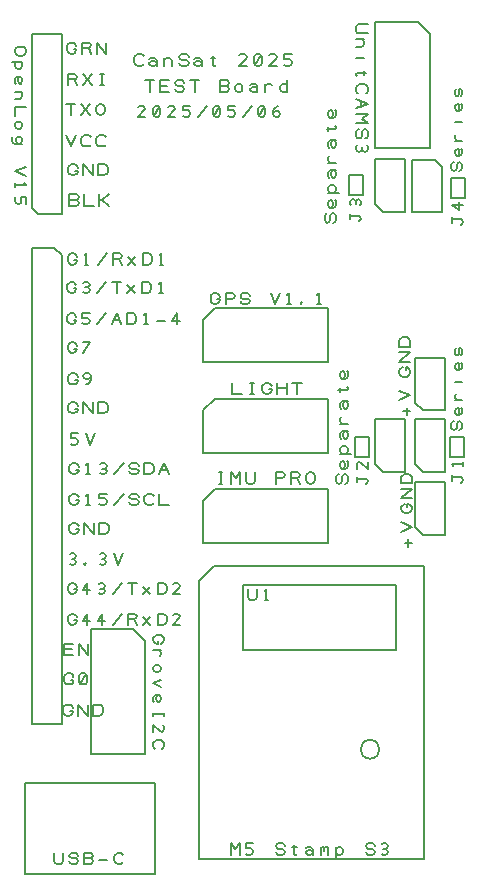
<source format=gbr>
G04 DesignSpark PCB Gerber Version 12.0 Build 5942*
%FSLAX35Y35*%
%MOMM*%
%ADD10C,0.12700*%
X0Y0D02*
D02*
D10*
X460800Y7380240D02*
X492550D01*
X508430Y7372300D01*
X516370Y7364360D01*
X524300Y7348490D01*
Y7332610D01*
X516370Y7316740D01*
X508430Y7308800D01*
X492550Y7300860D01*
X460800D01*
X444930Y7308800D01*
X436990Y7316740D01*
X429050Y7332610D01*
Y7348490D01*
X436990Y7364360D01*
X444930Y7372300D01*
X460800Y7380240D01*
X492550Y7253240D02*
X405240D01*
X452870D02*
X436990Y7245300D01*
X429050Y7229430D01*
Y7213550D01*
X436990Y7197680D01*
X452870Y7189740D01*
X468740D01*
X484620Y7197680D01*
X492550Y7213550D01*
Y7229430D01*
X484620Y7245300D01*
X468740Y7253240D01*
X452870D01*
X436990Y7062740D02*
X429050Y7070680D01*
Y7086550D01*
Y7102430D01*
X436990Y7118300D01*
X452870Y7126240D01*
X476680D01*
X484620Y7118300D01*
X492550Y7102430D01*
Y7086550D01*
X484620Y7070680D01*
X476680Y7062740D01*
X468740D01*
X460800Y7070680D01*
X452870Y7086550D01*
Y7102430D01*
X460800Y7118300D01*
X468740Y7126240D01*
X429050Y6999240D02*
X492550D01*
X468740D02*
X484620Y6991300D01*
X492550Y6975430D01*
Y6959550D01*
X484620Y6943680D01*
X468740Y6935740D01*
X429050D01*
X524300Y6872240D02*
X429050D01*
Y6792860D01*
X452870Y6745240D02*
X436990Y6737300D01*
X429050Y6721430D01*
Y6705550D01*
X436990Y6689680D01*
X452870Y6681740D01*
X468740D01*
X484620Y6689680D01*
X492550Y6705550D01*
Y6721430D01*
X484620Y6737300D01*
X468740Y6745240D01*
X452870D01*
X468740Y6554740D02*
X484620Y6562680D01*
X492550Y6578550D01*
Y6594430D01*
X484620Y6610300D01*
X468740Y6618240D01*
X460800D01*
X444930Y6610300D01*
X436990Y6594430D01*
Y6578550D01*
X444930Y6562680D01*
X460800Y6554740D01*
X492550D02*
X429050D01*
X413180Y6562680D01*
X405240Y6578550D01*
Y6602360D01*
X413180Y6618240D01*
X524300Y6364240D02*
X429050Y6324550D01*
X524300Y6284860D01*
X429050Y6221360D02*
Y6189610D01*
Y6205490D02*
X524300D01*
X508430Y6221360D01*
X436990Y6110240D02*
X429050Y6094360D01*
Y6070550D01*
X436990Y6054680D01*
X452870Y6046740D01*
X460800D01*
X476680Y6054680D01*
X484620Y6070550D01*
Y6110240D01*
X524300D01*
Y6046740D01*
X515240Y375240D02*
X1615240D01*
Y1145240D01*
X515240D01*
Y375240D01*
X573240Y6012040D02*
Y7485240D01*
X827240D01*
Y5961240D01*
X624040D01*
X573240Y6012040D01*
X760240Y554300D02*
Y482870D01*
X768180Y466990D01*
X784050Y459050D01*
X815800D01*
X831680Y466990D01*
X839620Y482870D01*
Y554300D01*
X887240Y482870D02*
X895180Y466990D01*
X911050Y459050D01*
X942800D01*
X958680Y466990D01*
X966620Y482870D01*
X958680Y498740D01*
X942800Y506680D01*
X911050D01*
X895180Y514620D01*
X887240Y530490D01*
X895180Y546370D01*
X911050Y554300D01*
X942800D01*
X958680Y546370D01*
X966620Y530490D01*
X1069800Y506680D02*
X1085680Y498740D01*
X1093620Y482870D01*
X1085680Y466990D01*
X1069800Y459050D01*
X1014240D01*
Y554300D01*
X1069800D01*
X1085680Y546370D01*
X1093620Y530490D01*
X1085680Y514620D01*
X1069800Y506680D01*
X1014240D01*
X1141240Y490800D02*
X1204740D01*
X1347620Y474930D02*
X1339680Y466990D01*
X1323800Y459050D01*
X1299990D01*
X1284120Y466990D01*
X1276180Y474930D01*
X1268240Y490800D01*
Y522550D01*
X1276180Y538430D01*
X1284120Y546370D01*
X1299990Y554300D01*
X1323800D01*
X1339680Y546370D01*
X1347620Y538430D01*
X827240Y5611990D02*
Y1643240D01*
X573240D01*
Y5675490D01*
X763740D01*
X827240Y5611990D01*
X895800Y1753740D02*
X919620D01*
Y1745800D01*
X911680Y1729930D01*
X903740Y1721990D01*
X887870Y1714050D01*
X871990D01*
X856120Y1721990D01*
X848180Y1729930D01*
X840240Y1745800D01*
Y1777550D01*
X848180Y1793430D01*
X856120Y1801370D01*
X871990Y1809300D01*
X887870D01*
X903740Y1801370D01*
X911680Y1793430D01*
X919620Y1777550D01*
X967240Y1714050D02*
Y1809300D01*
X1046620Y1714050D01*
Y1809300D01*
X1094240Y1714050D02*
Y1809300D01*
X1141870D01*
X1157740Y1801370D01*
X1165680Y1793430D01*
X1173620Y1777550D01*
Y1745800D01*
X1165680Y1729930D01*
X1157740Y1721990D01*
X1141870Y1714050D01*
X1094240D01*
X900800Y2018740D02*
X924620D01*
Y2010800D01*
X916680Y1994930D01*
X908740Y1986990D01*
X892870Y1979050D01*
X876990D01*
X861120Y1986990D01*
X853180Y1994930D01*
X845240Y2010800D01*
Y2042550D01*
X853180Y2058430D01*
X861120Y2066370D01*
X876990Y2074300D01*
X892870D01*
X908740Y2066370D01*
X916680Y2058430D01*
X924620Y2042550D01*
X980180Y1986990D02*
X996050Y1979050D01*
X1011930D01*
X1027800Y1986990D01*
X1035740Y2002870D01*
Y2050490D01*
X1027800Y2066370D01*
X1011930Y2074300D01*
X996050D01*
X980180Y2066370D01*
X972240Y2050490D01*
Y2002870D01*
X980180Y1986990D01*
X1027800Y2066370D01*
X845240Y2229050D02*
Y2324300D01*
X924620D01*
X908740Y2276680D02*
X845240D01*
Y2229050D02*
X924620D01*
X972240D02*
Y2324300D01*
X1051620Y2229050D01*
Y2324300D01*
X899930Y6799050D02*
Y6894300D01*
X860240D02*
X939620D01*
X987240Y6799050D02*
X1066620Y6894300D01*
X987240D02*
X1066620Y6799050D01*
X1114240Y6830800D02*
Y6862550D01*
X1122180Y6878430D01*
X1130120Y6886370D01*
X1145990Y6894300D01*
X1161870D01*
X1177740Y6886370D01*
X1185680Y6878430D01*
X1193620Y6862550D01*
Y6830800D01*
X1185680Y6814930D01*
X1177740Y6806990D01*
X1161870Y6799050D01*
X1145990D01*
X1130120Y6806990D01*
X1122180Y6814930D01*
X1114240Y6830800D01*
X865240Y6629300D02*
X904930Y6534050D01*
X944620Y6629300D01*
X1071620Y6549930D02*
X1063680Y6541990D01*
X1047800Y6534050D01*
X1023990D01*
X1008120Y6541990D01*
X1000180Y6549930D01*
X992240Y6565800D01*
Y6597550D01*
X1000180Y6613430D01*
X1008120Y6621370D01*
X1023990Y6629300D01*
X1047800D01*
X1063680Y6621370D01*
X1071620Y6613430D01*
X1198620Y6549930D02*
X1190680Y6541990D01*
X1174800Y6534050D01*
X1150990D01*
X1135120Y6541990D01*
X1127180Y6549930D01*
X1119240Y6565800D01*
Y6597550D01*
X1127180Y6613430D01*
X1135120Y6621370D01*
X1150990Y6629300D01*
X1174800D01*
X1190680Y6621370D01*
X1198620Y6613430D01*
X925800Y5068740D02*
X949620D01*
Y5060800D01*
X941680Y5044930D01*
X933740Y5036990D01*
X917870Y5029050D01*
X901990D01*
X886120Y5036990D01*
X878180Y5044930D01*
X870240Y5060800D01*
Y5092550D01*
X878180Y5108430D01*
X886120Y5116370D01*
X901990Y5124300D01*
X917870D01*
X933740Y5116370D01*
X941680Y5108430D01*
X949620Y5092550D01*
X997240Y5036990D02*
X1013120Y5029050D01*
X1036930D01*
X1052800Y5036990D01*
X1060740Y5052870D01*
Y5060800D01*
X1052800Y5076680D01*
X1036930Y5084620D01*
X997240D01*
Y5124300D01*
X1060740D01*
X1124240Y5029050D02*
X1203620Y5124300D01*
X1251240Y5029050D02*
X1290930Y5124300D01*
X1330620Y5029050D01*
X1267120Y5068740D02*
X1314740D01*
X1378240Y5029050D02*
Y5124300D01*
X1425870D01*
X1441740Y5116370D01*
X1449680Y5108430D01*
X1457620Y5092550D01*
Y5060800D01*
X1449680Y5044930D01*
X1441740Y5036990D01*
X1425870Y5029050D01*
X1378240D01*
X1521120D02*
X1552870D01*
X1536990D02*
Y5124300D01*
X1521120Y5108430D01*
X1632240Y5060800D02*
X1695740D01*
X1798930Y5029050D02*
Y5124300D01*
X1759240Y5060800D01*
X1822740D01*
X925800Y5333740D02*
X949620D01*
Y5325800D01*
X941680Y5309930D01*
X933740Y5301990D01*
X917870Y5294050D01*
X901990D01*
X886120Y5301990D01*
X878180Y5309930D01*
X870240Y5325800D01*
Y5357550D01*
X878180Y5373430D01*
X886120Y5381370D01*
X901990Y5389300D01*
X917870D01*
X933740Y5381370D01*
X941680Y5373430D01*
X949620Y5357550D01*
X1005180Y5301990D02*
X1021050Y5294050D01*
X1036930D01*
X1052800Y5301990D01*
X1060740Y5317870D01*
X1052800Y5333740D01*
X1036930Y5341680D01*
X1021050D01*
X1036930D02*
X1052800Y5349620D01*
X1060740Y5365490D01*
X1052800Y5381370D01*
X1036930Y5389300D01*
X1021050D01*
X1005180Y5381370D01*
X1124240Y5294050D02*
X1203620Y5389300D01*
X1290930Y5294050D02*
Y5389300D01*
X1251240D02*
X1330620D01*
X1378240Y5294050D02*
X1441740Y5357550D01*
Y5294050D02*
X1378240Y5357550D01*
X1505240Y5294050D02*
Y5389300D01*
X1552870D01*
X1568740Y5381370D01*
X1576680Y5373430D01*
X1584620Y5357550D01*
Y5325800D01*
X1576680Y5309930D01*
X1568740Y5301990D01*
X1552870Y5294050D01*
X1505240D01*
X1648120D02*
X1679870D01*
X1663990D02*
Y5389300D01*
X1648120Y5373430D01*
X925800Y7358740D02*
X949620D01*
Y7350800D01*
X941680Y7334930D01*
X933740Y7326990D01*
X917870Y7319050D01*
X901990D01*
X886120Y7326990D01*
X878180Y7334930D01*
X870240Y7350800D01*
Y7382550D01*
X878180Y7398430D01*
X886120Y7406370D01*
X901990Y7414300D01*
X917870D01*
X933740Y7406370D01*
X941680Y7398430D01*
X949620Y7382550D01*
X997240Y7319050D02*
Y7414300D01*
X1052800D01*
X1068680Y7406370D01*
X1076620Y7390490D01*
X1068680Y7374620D01*
X1052800Y7366680D01*
X997240D01*
X1052800D02*
X1076620Y7319050D01*
X1124240D02*
Y7414300D01*
X1203620Y7319050D01*
Y7414300D01*
X930800Y2523740D02*
X954620D01*
Y2515800D01*
X946680Y2499930D01*
X938740Y2491990D01*
X922870Y2484050D01*
X906990D01*
X891120Y2491990D01*
X883180Y2499930D01*
X875240Y2515800D01*
Y2547550D01*
X883180Y2563430D01*
X891120Y2571370D01*
X906990Y2579300D01*
X922870D01*
X938740Y2571370D01*
X946680Y2563430D01*
X954620Y2547550D01*
X1041930Y2484050D02*
Y2579300D01*
X1002240Y2515800D01*
X1065740D01*
X1168930Y2484050D02*
Y2579300D01*
X1129240Y2515800D01*
X1192740D01*
X1256240Y2484050D02*
X1335620Y2579300D01*
X1383240Y2484050D02*
Y2579300D01*
X1438800D01*
X1454680Y2571370D01*
X1462620Y2555490D01*
X1454680Y2539620D01*
X1438800Y2531680D01*
X1383240D01*
X1438800D02*
X1462620Y2484050D01*
X1510240D02*
X1573740Y2547550D01*
Y2484050D02*
X1510240Y2547550D01*
X1637240Y2484050D02*
Y2579300D01*
X1684870D01*
X1700740Y2571370D01*
X1708680Y2563430D01*
X1716620Y2547550D01*
Y2515800D01*
X1708680Y2499930D01*
X1700740Y2491990D01*
X1684870Y2484050D01*
X1637240D01*
X1827740D02*
X1764240D01*
X1819800Y2539620D01*
X1827740Y2555490D01*
X1819800Y2571370D01*
X1803930Y2579300D01*
X1780120D01*
X1764240Y2571370D01*
X930800Y2783740D02*
X954620D01*
Y2775800D01*
X946680Y2759930D01*
X938740Y2751990D01*
X922870Y2744050D01*
X906990D01*
X891120Y2751990D01*
X883180Y2759930D01*
X875240Y2775800D01*
Y2807550D01*
X883180Y2823430D01*
X891120Y2831370D01*
X906990Y2839300D01*
X922870D01*
X938740Y2831370D01*
X946680Y2823430D01*
X954620Y2807550D01*
X1041930Y2744050D02*
Y2839300D01*
X1002240Y2775800D01*
X1065740D01*
X1137180Y2751990D02*
X1153050Y2744050D01*
X1168930D01*
X1184800Y2751990D01*
X1192740Y2767870D01*
X1184800Y2783740D01*
X1168930Y2791680D01*
X1153050D01*
X1168930D02*
X1184800Y2799620D01*
X1192740Y2815490D01*
X1184800Y2831370D01*
X1168930Y2839300D01*
X1153050D01*
X1137180Y2831370D01*
X1256240Y2744050D02*
X1335620Y2839300D01*
X1422930Y2744050D02*
Y2839300D01*
X1383240D02*
X1462620D01*
X1510240Y2744050D02*
X1573740Y2807550D01*
Y2744050D02*
X1510240Y2807550D01*
X1637240Y2744050D02*
Y2839300D01*
X1684870D01*
X1700740Y2831370D01*
X1708680Y2823430D01*
X1716620Y2807550D01*
Y2775800D01*
X1708680Y2759930D01*
X1700740Y2751990D01*
X1684870Y2744050D01*
X1637240D01*
X1827740D02*
X1764240D01*
X1819800Y2799620D01*
X1827740Y2815490D01*
X1819800Y2831370D01*
X1803930Y2839300D01*
X1780120D01*
X1764240Y2831370D01*
X930800Y4823740D02*
X954620D01*
Y4815800D01*
X946680Y4799930D01*
X938740Y4791990D01*
X922870Y4784050D01*
X906990D01*
X891120Y4791990D01*
X883180Y4799930D01*
X875240Y4815800D01*
Y4847550D01*
X883180Y4863430D01*
X891120Y4871370D01*
X906990Y4879300D01*
X922870D01*
X938740Y4871370D01*
X946680Y4863430D01*
X954620Y4847550D01*
X1002240Y4784050D02*
X1065740Y4879300D01*
X1002240D01*
X930800Y5573740D02*
X954620D01*
Y5565800D01*
X946680Y5549930D01*
X938740Y5541990D01*
X922870Y5534050D01*
X906990D01*
X891120Y5541990D01*
X883180Y5549930D01*
X875240Y5565800D01*
Y5597550D01*
X883180Y5613430D01*
X891120Y5621370D01*
X906990Y5629300D01*
X922870D01*
X938740Y5621370D01*
X946680Y5613430D01*
X954620Y5597550D01*
X1018120Y5534050D02*
X1049870D01*
X1033990D02*
Y5629300D01*
X1018120Y5613430D01*
X1129240Y5534050D02*
X1208620Y5629300D01*
X1256240Y5534050D02*
Y5629300D01*
X1311800D01*
X1327680Y5621370D01*
X1335620Y5605490D01*
X1327680Y5589620D01*
X1311800Y5581680D01*
X1256240D01*
X1311800D02*
X1335620Y5534050D01*
X1383240D02*
X1446740Y5597550D01*
Y5534050D02*
X1383240Y5597550D01*
X1510240Y5534050D02*
Y5629300D01*
X1557870D01*
X1573740Y5621370D01*
X1581680Y5613430D01*
X1589620Y5597550D01*
Y5565800D01*
X1581680Y5549930D01*
X1573740Y5541990D01*
X1557870Y5534050D01*
X1510240D01*
X1653120D02*
X1684870D01*
X1668990D02*
Y5629300D01*
X1653120Y5613430D01*
X875240Y7054050D02*
Y7149300D01*
X930800D01*
X946680Y7141370D01*
X954620Y7125490D01*
X946680Y7109620D01*
X930800Y7101680D01*
X875240D01*
X930800D02*
X954620Y7054050D01*
X1002240D02*
X1081620Y7149300D01*
X1002240D02*
X1081620Y7054050D01*
X1153050D02*
X1184800D01*
X1168930D02*
Y7149300D01*
X1153050D02*
X1184800D01*
X935800Y4313740D02*
X959620D01*
Y4305800D01*
X951680Y4289930D01*
X943740Y4281990D01*
X927870Y4274050D01*
X911990D01*
X896120Y4281990D01*
X888180Y4289930D01*
X880240Y4305800D01*
Y4337550D01*
X888180Y4353430D01*
X896120Y4361370D01*
X911990Y4369300D01*
X927870D01*
X943740Y4361370D01*
X951680Y4353430D01*
X959620Y4337550D01*
X1007240Y4274050D02*
Y4369300D01*
X1086620Y4274050D01*
Y4369300D01*
X1134240Y4274050D02*
Y4369300D01*
X1181870D01*
X1197740Y4361370D01*
X1205680Y4353430D01*
X1213620Y4337550D01*
Y4305800D01*
X1205680Y4289930D01*
X1197740Y4281990D01*
X1181870Y4274050D01*
X1134240D01*
X935800Y4558740D02*
X959620D01*
Y4550800D01*
X951680Y4534930D01*
X943740Y4526990D01*
X927870Y4519050D01*
X911990D01*
X896120Y4526990D01*
X888180Y4534930D01*
X880240Y4550800D01*
Y4582550D01*
X888180Y4598430D01*
X896120Y4606370D01*
X911990Y4614300D01*
X927870D01*
X943740Y4606370D01*
X951680Y4598430D01*
X959620Y4582550D01*
X1031050Y4519050D02*
X1046930Y4526990D01*
X1062800Y4542870D01*
X1070740Y4566680D01*
Y4590490D01*
X1062800Y4606370D01*
X1046930Y4614300D01*
X1031050D01*
X1015180Y4606370D01*
X1007240Y4590490D01*
X1015180Y4574620D01*
X1031050Y4566680D01*
X1046930D01*
X1062800Y4574620D01*
X1070740Y4590490D01*
X935800Y6328740D02*
X959620D01*
Y6320800D01*
X951680Y6304930D01*
X943740Y6296990D01*
X927870Y6289050D01*
X911990D01*
X896120Y6296990D01*
X888180Y6304930D01*
X880240Y6320800D01*
Y6352550D01*
X888180Y6368430D01*
X896120Y6376370D01*
X911990Y6384300D01*
X927870D01*
X943740Y6376370D01*
X951680Y6368430D01*
X959620Y6352550D01*
X1007240Y6289050D02*
Y6384300D01*
X1086620Y6289050D01*
Y6384300D01*
X1134240Y6289050D02*
Y6384300D01*
X1181870D01*
X1197740Y6376370D01*
X1205680Y6368430D01*
X1213620Y6352550D01*
Y6320800D01*
X1205680Y6304930D01*
X1197740Y6296990D01*
X1181870Y6289050D01*
X1134240D01*
X893180Y3001990D02*
X909050Y2994050D01*
X924930D01*
X940800Y3001990D01*
X948740Y3017870D01*
X940800Y3033740D01*
X924930Y3041680D01*
X909050D01*
X924930D02*
X940800Y3049620D01*
X948740Y3065490D01*
X940800Y3081370D01*
X924930Y3089300D01*
X909050D01*
X893180Y3081370D01*
X1020180Y2994050D02*
X1028120Y3001990D01*
X1020180Y3009930D01*
X1012240Y3001990D01*
X1020180Y2994050D01*
X1147180Y3001990D02*
X1163050Y2994050D01*
X1178930D01*
X1194800Y3001990D01*
X1202740Y3017870D01*
X1194800Y3033740D01*
X1178930Y3041680D01*
X1163050D01*
X1178930D02*
X1194800Y3049620D01*
X1202740Y3065490D01*
X1194800Y3081370D01*
X1178930Y3089300D01*
X1163050D01*
X1147180Y3081370D01*
X1266240Y3089300D02*
X1305930Y2994050D01*
X1345620Y3089300D01*
X945800Y3293740D02*
X969620D01*
Y3285800D01*
X961680Y3269930D01*
X953740Y3261990D01*
X937870Y3254050D01*
X921990D01*
X906120Y3261990D01*
X898180Y3269930D01*
X890240Y3285800D01*
Y3317550D01*
X898180Y3333430D01*
X906120Y3341370D01*
X921990Y3349300D01*
X937870D01*
X953740Y3341370D01*
X961680Y3333430D01*
X969620Y3317550D01*
X1017240Y3254050D02*
Y3349300D01*
X1096620Y3254050D01*
Y3349300D01*
X1144240Y3254050D02*
Y3349300D01*
X1191870D01*
X1207740Y3341370D01*
X1215680Y3333430D01*
X1223620Y3317550D01*
Y3285800D01*
X1215680Y3269930D01*
X1207740Y3261990D01*
X1191870Y3254050D01*
X1144240D01*
X945800Y3538740D02*
X969620D01*
Y3530800D01*
X961680Y3514930D01*
X953740Y3506990D01*
X937870Y3499050D01*
X921990D01*
X906120Y3506990D01*
X898180Y3514930D01*
X890240Y3530800D01*
Y3562550D01*
X898180Y3578430D01*
X906120Y3586370D01*
X921990Y3594300D01*
X937870D01*
X953740Y3586370D01*
X961680Y3578430D01*
X969620Y3562550D01*
X1033120Y3499050D02*
X1064870D01*
X1048990D02*
Y3594300D01*
X1033120Y3578430D01*
X1144240Y3506990D02*
X1160120Y3499050D01*
X1183930D01*
X1199800Y3506990D01*
X1207740Y3522870D01*
Y3530800D01*
X1199800Y3546680D01*
X1183930Y3554620D01*
X1144240D01*
Y3594300D01*
X1207740D01*
X1271240Y3499050D02*
X1350620Y3594300D01*
X1398240Y3522870D02*
X1406180Y3506990D01*
X1422050Y3499050D01*
X1453800D01*
X1469680Y3506990D01*
X1477620Y3522870D01*
X1469680Y3538740D01*
X1453800Y3546680D01*
X1422050D01*
X1406180Y3554620D01*
X1398240Y3570490D01*
X1406180Y3586370D01*
X1422050Y3594300D01*
X1453800D01*
X1469680Y3586370D01*
X1477620Y3570490D01*
X1604620Y3514930D02*
X1596680Y3506990D01*
X1580800Y3499050D01*
X1556990D01*
X1541120Y3506990D01*
X1533180Y3514930D01*
X1525240Y3530800D01*
Y3562550D01*
X1533180Y3578430D01*
X1541120Y3586370D01*
X1556990Y3594300D01*
X1580800D01*
X1596680Y3586370D01*
X1604620Y3578430D01*
X1652240Y3594300D02*
Y3499050D01*
X1731620D01*
X945800Y3798740D02*
X969620D01*
Y3790800D01*
X961680Y3774930D01*
X953740Y3766990D01*
X937870Y3759050D01*
X921990D01*
X906120Y3766990D01*
X898180Y3774930D01*
X890240Y3790800D01*
Y3822550D01*
X898180Y3838430D01*
X906120Y3846370D01*
X921990Y3854300D01*
X937870D01*
X953740Y3846370D01*
X961680Y3838430D01*
X969620Y3822550D01*
X1033120Y3759050D02*
X1064870D01*
X1048990D02*
Y3854300D01*
X1033120Y3838430D01*
X1152180Y3766990D02*
X1168050Y3759050D01*
X1183930D01*
X1199800Y3766990D01*
X1207740Y3782870D01*
X1199800Y3798740D01*
X1183930Y3806680D01*
X1168050D01*
X1183930D02*
X1199800Y3814620D01*
X1207740Y3830490D01*
X1199800Y3846370D01*
X1183930Y3854300D01*
X1168050D01*
X1152180Y3846370D01*
X1271240Y3759050D02*
X1350620Y3854300D01*
X1398240Y3782870D02*
X1406180Y3766990D01*
X1422050Y3759050D01*
X1453800D01*
X1469680Y3766990D01*
X1477620Y3782870D01*
X1469680Y3798740D01*
X1453800Y3806680D01*
X1422050D01*
X1406180Y3814620D01*
X1398240Y3830490D01*
X1406180Y3846370D01*
X1422050Y3854300D01*
X1453800D01*
X1469680Y3846370D01*
X1477620Y3830490D01*
X1525240Y3759050D02*
Y3854300D01*
X1572870D01*
X1588740Y3846370D01*
X1596680Y3838430D01*
X1604620Y3822550D01*
Y3790800D01*
X1596680Y3774930D01*
X1588740Y3766990D01*
X1572870Y3759050D01*
X1525240D01*
X1652240D02*
X1691930Y3854300D01*
X1731620Y3759050D01*
X1668120Y3798740D02*
X1715740D01*
X945800Y6081680D02*
X961680Y6073740D01*
X969620Y6057870D01*
X961680Y6041990D01*
X945800Y6034050D01*
X890240D01*
Y6129300D01*
X945800D01*
X961680Y6121370D01*
X969620Y6105490D01*
X961680Y6089620D01*
X945800Y6081680D01*
X890240D01*
X1017240Y6129300D02*
Y6034050D01*
X1096620D01*
X1144240D02*
Y6129300D01*
Y6081680D02*
X1168050D01*
X1223620Y6129300D01*
X1168050Y6081680D02*
X1223620Y6034050D01*
X900240Y4016990D02*
X916120Y4009050D01*
X939930D01*
X955800Y4016990D01*
X963740Y4032870D01*
Y4040800D01*
X955800Y4056680D01*
X939930Y4064620D01*
X900240D01*
Y4104300D01*
X963740D01*
X1027240D02*
X1066930Y4009050D01*
X1106620Y4104300D01*
X1430240Y2450240D02*
X1070240D01*
Y1390240D01*
X1530240D01*
Y2350240D01*
X1430240Y2450240D01*
X1519620Y7234930D02*
X1511680Y7226990D01*
X1495800Y7219050D01*
X1471990D01*
X1456120Y7226990D01*
X1448180Y7234930D01*
X1440240Y7250800D01*
Y7282550D01*
X1448180Y7298430D01*
X1456120Y7306370D01*
X1471990Y7314300D01*
X1495800D01*
X1511680Y7306370D01*
X1519620Y7298430D01*
X1567240Y7274620D02*
X1583120Y7282550D01*
X1606930D01*
X1622800Y7274620D01*
X1630740Y7258740D01*
Y7234930D01*
X1622800Y7226990D01*
X1606930Y7219050D01*
X1591050D01*
X1575180Y7226990D01*
X1567240Y7234930D01*
Y7242870D01*
X1575180Y7250800D01*
X1591050Y7258740D01*
X1606930D01*
X1622800Y7250800D01*
X1630740Y7242870D01*
Y7234930D02*
Y7219050D01*
X1694240D02*
Y7282550D01*
Y7258740D02*
X1702180Y7274620D01*
X1718050Y7282550D01*
X1733930D01*
X1749800Y7274620D01*
X1757740Y7258740D01*
Y7219050D01*
X1821240Y7242870D02*
X1829180Y7226990D01*
X1845050Y7219050D01*
X1876800D01*
X1892680Y7226990D01*
X1900620Y7242870D01*
X1892680Y7258740D01*
X1876800Y7266680D01*
X1845050D01*
X1829180Y7274620D01*
X1821240Y7290490D01*
X1829180Y7306370D01*
X1845050Y7314300D01*
X1876800D01*
X1892680Y7306370D01*
X1900620Y7290490D01*
X1948240Y7274620D02*
X1964120Y7282550D01*
X1987930D01*
X2003800Y7274620D01*
X2011740Y7258740D01*
Y7234930D01*
X2003800Y7226990D01*
X1987930Y7219050D01*
X1972050D01*
X1956180Y7226990D01*
X1948240Y7234930D01*
Y7242870D01*
X1956180Y7250800D01*
X1972050Y7258740D01*
X1987930D01*
X2003800Y7250800D01*
X2011740Y7242870D01*
Y7234930D02*
Y7219050D01*
X2088470Y7282550D02*
X2125510D01*
X2106990Y7298430D02*
Y7226990D01*
X2114930Y7219050D01*
X2122870D01*
X2130800Y7226990D01*
X2392740Y7219050D02*
X2329240D01*
X2384800Y7274620D01*
X2392740Y7290490D01*
X2384800Y7306370D01*
X2368930Y7314300D01*
X2345120D01*
X2329240Y7306370D01*
X2464180Y7226990D02*
X2480050Y7219050D01*
X2495930D01*
X2511800Y7226990D01*
X2519740Y7242870D01*
Y7290490D01*
X2511800Y7306370D01*
X2495930Y7314300D01*
X2480050D01*
X2464180Y7306370D01*
X2456240Y7290490D01*
Y7242870D01*
X2464180Y7226990D01*
X2511800Y7306370D01*
X2646740Y7219050D02*
X2583240D01*
X2638800Y7274620D01*
X2646740Y7290490D01*
X2638800Y7306370D01*
X2622930Y7314300D01*
X2599120D01*
X2583240Y7306370D01*
X2710240Y7226990D02*
X2726120Y7219050D01*
X2749930D01*
X2765800Y7226990D01*
X2773740Y7242870D01*
Y7250800D01*
X2765800Y7266680D01*
X2749930Y7274620D01*
X2710240D01*
Y7314300D01*
X2773740D01*
X1533740Y6784050D02*
X1470240D01*
X1525800Y6839620D01*
X1533740Y6855490D01*
X1525800Y6871370D01*
X1509930Y6879300D01*
X1486120D01*
X1470240Y6871370D01*
X1605180Y6791990D02*
X1621050Y6784050D01*
X1636930D01*
X1652800Y6791990D01*
X1660740Y6807870D01*
Y6855490D01*
X1652800Y6871370D01*
X1636930Y6879300D01*
X1621050D01*
X1605180Y6871370D01*
X1597240Y6855490D01*
Y6807870D01*
X1605180Y6791990D01*
X1652800Y6871370D01*
X1787740Y6784050D02*
X1724240D01*
X1779800Y6839620D01*
X1787740Y6855490D01*
X1779800Y6871370D01*
X1763930Y6879300D01*
X1740120D01*
X1724240Y6871370D01*
X1851240Y6791990D02*
X1867120Y6784050D01*
X1890930D01*
X1906800Y6791990D01*
X1914740Y6807870D01*
Y6815800D01*
X1906800Y6831680D01*
X1890930Y6839620D01*
X1851240D01*
Y6879300D01*
X1914740D01*
X1978240Y6784050D02*
X2057620Y6879300D01*
X2113180Y6791990D02*
X2129050Y6784050D01*
X2144930D01*
X2160800Y6791990D01*
X2168740Y6807870D01*
Y6855490D01*
X2160800Y6871370D01*
X2144930Y6879300D01*
X2129050D01*
X2113180Y6871370D01*
X2105240Y6855490D01*
Y6807870D01*
X2113180Y6791990D01*
X2160800Y6871370D01*
X2232240Y6791990D02*
X2248120Y6784050D01*
X2271930D01*
X2287800Y6791990D01*
X2295740Y6807870D01*
Y6815800D01*
X2287800Y6831680D01*
X2271930Y6839620D01*
X2232240D01*
Y6879300D01*
X2295740D01*
X2359240Y6784050D02*
X2438620Y6879300D01*
X2494180Y6791990D02*
X2510050Y6784050D01*
X2525930D01*
X2541800Y6791990D01*
X2549740Y6807870D01*
Y6855490D01*
X2541800Y6871370D01*
X2525930Y6879300D01*
X2510050D01*
X2494180Y6871370D01*
X2486240Y6855490D01*
Y6807870D01*
X2494180Y6791990D01*
X2541800Y6871370D01*
X2613240Y6807870D02*
X2621180Y6823740D01*
X2637050Y6831680D01*
X2652930D01*
X2668800Y6823740D01*
X2676740Y6807870D01*
X2668800Y6791990D01*
X2652930Y6784050D01*
X2637050D01*
X2621180Y6791990D01*
X2613240Y6807870D01*
Y6831680D01*
X2621180Y6855490D01*
X2637050Y6871370D01*
X2652930Y6879300D01*
X1569930Y6999050D02*
Y7094300D01*
X1530240D02*
X1609620D01*
X1657240Y6999050D02*
Y7094300D01*
X1736620D01*
X1720740Y7046680D02*
X1657240D01*
Y6999050D02*
X1736620D01*
X1784240Y7022870D02*
X1792180Y7006990D01*
X1808050Y6999050D01*
X1839800D01*
X1855680Y7006990D01*
X1863620Y7022870D01*
X1855680Y7038740D01*
X1839800Y7046680D01*
X1808050D01*
X1792180Y7054620D01*
X1784240Y7070490D01*
X1792180Y7086370D01*
X1808050Y7094300D01*
X1839800D01*
X1855680Y7086370D01*
X1863620Y7070490D01*
X1950930Y6999050D02*
Y7094300D01*
X1911240D02*
X1990620D01*
X2220800Y7046680D02*
X2236680Y7038740D01*
X2244620Y7022870D01*
X2236680Y7006990D01*
X2220800Y6999050D01*
X2165240D01*
Y7094300D01*
X2220800D01*
X2236680Y7086370D01*
X2244620Y7070490D01*
X2236680Y7054620D01*
X2220800Y7046680D01*
X2165240D01*
X2292240Y7022870D02*
X2300180Y7006990D01*
X2316050Y6999050D01*
X2331930D01*
X2347800Y7006990D01*
X2355740Y7022870D01*
Y7038740D01*
X2347800Y7054620D01*
X2331930Y7062550D01*
X2316050D01*
X2300180Y7054620D01*
X2292240Y7038740D01*
Y7022870D01*
X2419240Y7054620D02*
X2435120Y7062550D01*
X2458930D01*
X2474800Y7054620D01*
X2482740Y7038740D01*
Y7014930D01*
X2474800Y7006990D01*
X2458930Y6999050D01*
X2443050D01*
X2427180Y7006990D01*
X2419240Y7014930D01*
Y7022870D01*
X2427180Y7030800D01*
X2443050Y7038740D01*
X2458930D01*
X2474800Y7030800D01*
X2482740Y7022870D01*
Y7014930D02*
Y6999050D01*
X2546240D02*
Y7062550D01*
Y7038740D02*
X2554180Y7054620D01*
X2570050Y7062550D01*
X2585930D01*
X2601800Y7054620D01*
X2736740Y7038740D02*
X2728800Y7054620D01*
X2712930Y7062550D01*
X2697050D01*
X2681180Y7054620D01*
X2673240Y7038740D01*
Y7022870D01*
X2681180Y7006990D01*
X2697050Y6999050D01*
X2712930D01*
X2728800Y7006990D01*
X2736740Y7022870D01*
Y6999050D02*
Y7094300D01*
X1638740Y2344680D02*
Y2320860D01*
X1630800D01*
X1614930Y2328800D01*
X1606990Y2336740D01*
X1599050Y2352610D01*
Y2368490D01*
X1606990Y2384360D01*
X1614930Y2392300D01*
X1630800Y2400240D01*
X1662550D01*
X1678430Y2392300D01*
X1686370Y2384360D01*
X1694300Y2368490D01*
Y2352610D01*
X1686370Y2336740D01*
X1678430Y2328800D01*
X1662550Y2320860D01*
X1599050Y2273240D02*
X1662550D01*
X1638740D02*
X1654620Y2265300D01*
X1662550Y2249430D01*
Y2233550D01*
X1654620Y2217680D01*
X1622870Y2146240D02*
X1606990Y2138300D01*
X1599050Y2122430D01*
Y2106550D01*
X1606990Y2090680D01*
X1622870Y2082740D01*
X1638740D01*
X1654620Y2090680D01*
X1662550Y2106550D01*
Y2122430D01*
X1654620Y2138300D01*
X1638740Y2146240D01*
X1622870D01*
X1662550Y2019240D02*
X1599050Y1987490D01*
X1662550Y1955740D01*
X1606990Y1828740D02*
X1599050Y1836680D01*
Y1852550D01*
Y1868430D01*
X1606990Y1884300D01*
X1622870Y1892240D01*
X1646680D01*
X1654620Y1884300D01*
X1662550Y1868430D01*
Y1852550D01*
X1654620Y1836680D01*
X1646680Y1828740D01*
X1638740D01*
X1630800Y1836680D01*
X1622870Y1852550D01*
Y1868430D01*
X1630800Y1884300D01*
X1638740Y1892240D01*
X1599050Y1741430D02*
Y1709680D01*
Y1725550D02*
X1694300D01*
Y1741430D02*
Y1709680D01*
X1599050Y1574740D02*
Y1638240D01*
X1654620Y1582680D01*
X1670490Y1574740D01*
X1686370Y1582680D01*
X1694300Y1598550D01*
Y1622360D01*
X1686370Y1638240D01*
X1614930Y1431860D02*
X1606990Y1439800D01*
X1599050Y1455680D01*
Y1479490D01*
X1606990Y1495360D01*
X1614930Y1503300D01*
X1630800Y1511240D01*
X1662550D01*
X1678430Y1503300D01*
X1686370Y1495360D01*
X1694300Y1479490D01*
Y1455680D01*
X1686370Y1439800D01*
X1678430Y1431860D01*
X2020240Y3535240D02*
Y3175240D01*
X3080240D01*
Y3635240D01*
X2120240D01*
X2020240Y3535240D01*
Y4300240D02*
Y3940240D01*
X3080240D01*
Y4400240D01*
X2120240D01*
X2020240Y4300240D01*
Y5065240D02*
Y4705240D01*
X3080240D01*
Y5165240D01*
X2120240D01*
X2020240Y5065240D01*
X2140800Y5238740D02*
X2164620D01*
Y5230800D01*
X2156680Y5214930D01*
X2148740Y5206990D01*
X2132870Y5199050D01*
X2116990D01*
X2101120Y5206990D01*
X2093180Y5214930D01*
X2085240Y5230800D01*
Y5262550D01*
X2093180Y5278430D01*
X2101120Y5286370D01*
X2116990Y5294300D01*
X2132870D01*
X2148740Y5286370D01*
X2156680Y5278430D01*
X2164620Y5262550D01*
X2212240Y5199050D02*
Y5294300D01*
X2267800D01*
X2283680Y5286370D01*
X2291620Y5270490D01*
X2283680Y5254620D01*
X2267800Y5246680D01*
X2212240D01*
X2339240Y5222870D02*
X2347180Y5206990D01*
X2363050Y5199050D01*
X2394800D01*
X2410680Y5206990D01*
X2418620Y5222870D01*
X2410680Y5238740D01*
X2394800Y5246680D01*
X2363050D01*
X2347180Y5254620D01*
X2339240Y5270490D01*
X2347180Y5286370D01*
X2363050Y5294300D01*
X2394800D01*
X2410680Y5286370D01*
X2418620Y5270490D01*
X2593240Y5294300D02*
X2632930Y5199050D01*
X2672620Y5294300D01*
X2736120Y5199050D02*
X2767870D01*
X2751990D02*
Y5294300D01*
X2736120Y5278430D01*
X2855180Y5199050D02*
X2863120Y5206990D01*
X2855180Y5214930D01*
X2847240Y5206990D01*
X2855180Y5199050D01*
X2990120D02*
X3021870D01*
X3005990D02*
Y5294300D01*
X2990120Y5278430D01*
X2154050Y3679050D02*
X2185800D01*
X2169930D02*
Y3774300D01*
X2154050D02*
X2185800D01*
X2257240Y3679050D02*
Y3774300D01*
X2296930Y3726680D01*
X2336620Y3774300D01*
Y3679050D01*
X2384240Y3774300D02*
Y3702870D01*
X2392180Y3686990D01*
X2408050Y3679050D01*
X2439800D01*
X2455680Y3686990D01*
X2463620Y3702870D01*
Y3774300D01*
X2638240Y3679050D02*
Y3774300D01*
X2693800D01*
X2709680Y3766370D01*
X2717620Y3750490D01*
X2709680Y3734620D01*
X2693800Y3726680D01*
X2638240D01*
X2765240Y3679050D02*
Y3774300D01*
X2820800D01*
X2836680Y3766370D01*
X2844620Y3750490D01*
X2836680Y3734620D01*
X2820800Y3726680D01*
X2765240D01*
X2820800D02*
X2844620Y3679050D01*
X2892240Y3710800D02*
Y3742550D01*
X2900180Y3758430D01*
X2908120Y3766370D01*
X2923990Y3774300D01*
X2939870D01*
X2955740Y3766370D01*
X2963680Y3758430D01*
X2971620Y3742550D01*
Y3710800D01*
X2963680Y3694930D01*
X2955740Y3686990D01*
X2939870Y3679050D01*
X2923990D01*
X2908120Y3686990D01*
X2900180Y3694930D01*
X2892240Y3710800D01*
X2255240Y539050D02*
Y634300D01*
X2294930Y586680D01*
X2334620Y634300D01*
Y539050D01*
X2382240Y546990D02*
X2398120Y539050D01*
X2421930D01*
X2437800Y546990D01*
X2445740Y562870D01*
Y570800D01*
X2437800Y586680D01*
X2421930Y594620D01*
X2382240D01*
Y634300D01*
X2445740D01*
X2636240Y562870D02*
X2644180Y546990D01*
X2660050Y539050D01*
X2691800D01*
X2707680Y546990D01*
X2715620Y562870D01*
X2707680Y578740D01*
X2691800Y586680D01*
X2660050D01*
X2644180Y594620D01*
X2636240Y610490D01*
X2644180Y626370D01*
X2660050Y634300D01*
X2691800D01*
X2707680Y626370D01*
X2715620Y610490D01*
X2776470Y602550D02*
X2813510D01*
X2794990Y618430D02*
Y546990D01*
X2802930Y539050D01*
X2810870D01*
X2818800Y546990D01*
X2890240Y594620D02*
X2906120Y602550D01*
X2929930D01*
X2945800Y594620D01*
X2953740Y578740D01*
Y554930D01*
X2945800Y546990D01*
X2929930Y539050D01*
X2914050D01*
X2898180Y546990D01*
X2890240Y554930D01*
Y562870D01*
X2898180Y570800D01*
X2914050Y578740D01*
X2929930D01*
X2945800Y570800D01*
X2953740Y562870D01*
Y554930D02*
Y539050D01*
X3017240D02*
Y602550D01*
Y594620D02*
X3025180Y602550D01*
X3041050D01*
X3048990Y594620D01*
Y570800D01*
Y594620D02*
X3056930Y602550D01*
X3072800D01*
X3080740Y594620D01*
Y539050D01*
X3144240Y602550D02*
Y515240D01*
Y562870D02*
X3152180Y546990D01*
X3168050Y539050D01*
X3183930D01*
X3199800Y546990D01*
X3207740Y562870D01*
Y578740D01*
X3199800Y594620D01*
X3183930Y602550D01*
X3168050D01*
X3152180Y594620D01*
X3144240Y578740D01*
Y562870D01*
X3398240D02*
X3406180Y546990D01*
X3422050Y539050D01*
X3453800D01*
X3469680Y546990D01*
X3477620Y562870D01*
X3469680Y578740D01*
X3453800Y586680D01*
X3422050D01*
X3406180Y594620D01*
X3398240Y610490D01*
X3406180Y626370D01*
X3422050Y634300D01*
X3453800D01*
X3469680Y626370D01*
X3477620Y610490D01*
X3533180Y546990D02*
X3549050Y539050D01*
X3564930D01*
X3580800Y546990D01*
X3588740Y562870D01*
X3580800Y578740D01*
X3564930Y586680D01*
X3549050D01*
X3564930D02*
X3580800Y594620D01*
X3588740Y610490D01*
X3580800Y626370D01*
X3564930Y634300D01*
X3549050D01*
X3533180Y626370D01*
X2270240Y4534300D02*
Y4439050D01*
X2349620D01*
X2421050D02*
X2452800D01*
X2436930D02*
Y4534300D01*
X2421050D02*
X2452800D01*
X2579800Y4478740D02*
X2603620D01*
Y4470800D01*
X2595680Y4454930D01*
X2587740Y4446990D01*
X2571870Y4439050D01*
X2555990D01*
X2540120Y4446990D01*
X2532180Y4454930D01*
X2524240Y4470800D01*
Y4502550D01*
X2532180Y4518430D01*
X2540120Y4526370D01*
X2555990Y4534300D01*
X2571870D01*
X2587740Y4526370D01*
X2595680Y4518430D01*
X2603620Y4502550D01*
X2651240Y4439050D02*
Y4534300D01*
Y4486680D02*
X2730620D01*
Y4439050D02*
Y4534300D01*
X2817930Y4439050D02*
Y4534300D01*
X2778240D02*
X2857620D01*
X2399240Y2787300D02*
Y2715870D01*
X2407180Y2699990D01*
X2423050Y2692050D01*
X2454800D01*
X2470680Y2699990D01*
X2478620Y2715870D01*
Y2787300D01*
X2542120Y2692050D02*
X2573870D01*
X2557990D02*
Y2787300D01*
X2542120Y2771430D01*
X3122610Y5890240D02*
X3138490Y5898180D01*
X3146430Y5914050D01*
Y5945800D01*
X3138490Y5961680D01*
X3122610Y5969620D01*
X3106740Y5961680D01*
X3098800Y5945800D01*
Y5914050D01*
X3090860Y5898180D01*
X3074990Y5890240D01*
X3059110Y5898180D01*
X3051180Y5914050D01*
Y5945800D01*
X3059110Y5961680D01*
X3074990Y5969620D01*
X3138490Y6080740D02*
X3146430Y6072800D01*
Y6056930D01*
Y6041050D01*
X3138490Y6025180D01*
X3122610Y6017240D01*
X3098800D01*
X3090860Y6025180D01*
X3082930Y6041050D01*
Y6056930D01*
X3090860Y6072800D01*
X3098800Y6080740D01*
X3106740D01*
X3114680Y6072800D01*
X3122610Y6056930D01*
Y6041050D01*
X3114680Y6025180D01*
X3106740Y6017240D01*
X3082930Y6144240D02*
X3170240D01*
X3122610D02*
X3138490Y6152180D01*
X3146430Y6168050D01*
Y6183930D01*
X3138490Y6199800D01*
X3122610Y6207740D01*
X3106740D01*
X3090860Y6199800D01*
X3082930Y6183930D01*
Y6168050D01*
X3090860Y6152180D01*
X3106740Y6144240D01*
X3122610D01*
X3090860Y6271240D02*
X3082930Y6287120D01*
Y6310930D01*
X3090860Y6326800D01*
X3106740Y6334740D01*
X3130550D01*
X3138490Y6326800D01*
X3146430Y6310930D01*
Y6295050D01*
X3138490Y6279180D01*
X3130550Y6271240D01*
X3122610D01*
X3114680Y6279180D01*
X3106740Y6295050D01*
Y6310930D01*
X3114680Y6326800D01*
X3122610Y6334740D01*
X3130550D02*
X3146430D01*
Y6398240D02*
X3082930D01*
X3106740D02*
X3090860Y6406180D01*
X3082930Y6422050D01*
Y6437930D01*
X3090860Y6453800D01*
Y6525240D02*
X3082930Y6541120D01*
Y6564930D01*
X3090860Y6580800D01*
X3106740Y6588740D01*
X3130550D01*
X3138490Y6580800D01*
X3146430Y6564930D01*
Y6549050D01*
X3138490Y6533180D01*
X3130550Y6525240D01*
X3122610D01*
X3114680Y6533180D01*
X3106740Y6549050D01*
Y6564930D01*
X3114680Y6580800D01*
X3122610Y6588740D01*
X3130550D02*
X3146430D01*
X3082930Y6665470D02*
Y6702510D01*
X3067050Y6683990D02*
X3138490D01*
X3146430Y6691930D01*
Y6699870D01*
X3138490Y6707800D01*
Y6842740D02*
X3146430Y6834800D01*
Y6818930D01*
Y6803050D01*
X3138490Y6787180D01*
X3122610Y6779240D01*
X3098800D01*
X3090860Y6787180D01*
X3082930Y6803050D01*
Y6818930D01*
X3090860Y6834800D01*
X3098800Y6842740D01*
X3106740D01*
X3114680Y6834800D01*
X3122610Y6818930D01*
Y6803050D01*
X3114680Y6787180D01*
X3106740Y6779240D01*
X3255240Y6290240D02*
Y6125240D01*
X3375240D01*
Y6290240D01*
X3255240D01*
X3222610Y3680240D02*
X3238490Y3688180D01*
X3246430Y3704050D01*
Y3735800D01*
X3238490Y3751680D01*
X3222610Y3759620D01*
X3206740Y3751680D01*
X3198800Y3735800D01*
Y3704050D01*
X3190860Y3688180D01*
X3174990Y3680240D01*
X3159110Y3688180D01*
X3151180Y3704050D01*
Y3735800D01*
X3159110Y3751680D01*
X3174990Y3759620D01*
X3238490Y3870740D02*
X3246430Y3862800D01*
Y3846930D01*
Y3831050D01*
X3238490Y3815180D01*
X3222610Y3807240D01*
X3198800D01*
X3190860Y3815180D01*
X3182930Y3831050D01*
Y3846930D01*
X3190860Y3862800D01*
X3198800Y3870740D01*
X3206740D01*
X3214680Y3862800D01*
X3222610Y3846930D01*
Y3831050D01*
X3214680Y3815180D01*
X3206740Y3807240D01*
X3182930Y3934240D02*
X3270240D01*
X3222610D02*
X3238490Y3942180D01*
X3246430Y3958050D01*
Y3973930D01*
X3238490Y3989800D01*
X3222610Y3997740D01*
X3206740D01*
X3190860Y3989800D01*
X3182930Y3973930D01*
Y3958050D01*
X3190860Y3942180D01*
X3206740Y3934240D01*
X3222610D01*
X3190860Y4061240D02*
X3182930Y4077120D01*
Y4100930D01*
X3190860Y4116800D01*
X3206740Y4124740D01*
X3230550D01*
X3238490Y4116800D01*
X3246430Y4100930D01*
Y4085050D01*
X3238490Y4069180D01*
X3230550Y4061240D01*
X3222610D01*
X3214680Y4069180D01*
X3206740Y4085050D01*
Y4100930D01*
X3214680Y4116800D01*
X3222610Y4124740D01*
X3230550D02*
X3246430D01*
Y4188240D02*
X3182930D01*
X3206740D02*
X3190860Y4196180D01*
X3182930Y4212050D01*
Y4227930D01*
X3190860Y4243800D01*
Y4315240D02*
X3182930Y4331120D01*
Y4354930D01*
X3190860Y4370800D01*
X3206740Y4378740D01*
X3230550D01*
X3238490Y4370800D01*
X3246430Y4354930D01*
Y4339050D01*
X3238490Y4323180D01*
X3230550Y4315240D01*
X3222610D01*
X3214680Y4323180D01*
X3206740Y4339050D01*
Y4354930D01*
X3214680Y4370800D01*
X3222610Y4378740D01*
X3230550D02*
X3246430D01*
X3182930Y4455470D02*
Y4492510D01*
X3167050Y4473990D02*
X3238490D01*
X3246430Y4481930D01*
Y4489870D01*
X3238490Y4497800D01*
Y4632740D02*
X3246430Y4624800D01*
Y4608930D01*
Y4593050D01*
X3238490Y4577180D01*
X3222610Y4569240D01*
X3198800D01*
X3190860Y4577180D01*
X3182930Y4593050D01*
Y4608930D01*
X3190860Y4624800D01*
X3198800Y4632740D01*
X3206740D01*
X3214680Y4624800D01*
X3222610Y4608930D01*
Y4593050D01*
X3214680Y4577180D01*
X3206740Y4569240D01*
X3414300Y7570240D02*
X3342870D01*
X3326990Y7562300D01*
X3319050Y7546430D01*
Y7514680D01*
X3326990Y7498800D01*
X3342870Y7490860D01*
X3414300D01*
X3319050Y7443240D02*
X3382550D01*
X3358740D02*
X3374620Y7435300D01*
X3382550Y7419430D01*
Y7403550D01*
X3374620Y7387680D01*
X3358740Y7379740D01*
X3319050D01*
Y7284490D02*
X3382550D01*
X3406370D02*
X3382550Y7176010D02*
Y7138970D01*
X3398430Y7157490D02*
X3326990D01*
X3319050Y7149550D01*
Y7141610D01*
X3326990Y7133680D01*
X3334930Y6982860D02*
X3326990Y6990800D01*
X3319050Y7006680D01*
Y7030490D01*
X3326990Y7046360D01*
X3334930Y7054300D01*
X3350800Y7062240D01*
X3382550D01*
X3398430Y7054300D01*
X3406370Y7046360D01*
X3414300Y7030490D01*
Y7006680D01*
X3406370Y6990800D01*
X3398430Y6982860D01*
X3319050Y6935240D02*
X3414300Y6895550D01*
X3319050Y6855860D01*
X3358740Y6919360D02*
Y6871740D01*
X3319050Y6808240D02*
X3414300D01*
X3366680Y6768550D01*
X3414300Y6728860D01*
X3319050D01*
X3342870Y6681240D02*
X3326990Y6673300D01*
X3319050Y6657430D01*
Y6625680D01*
X3326990Y6609800D01*
X3342870Y6601860D01*
X3358740Y6609800D01*
X3366680Y6625680D01*
Y6657430D01*
X3374620Y6673300D01*
X3390490Y6681240D01*
X3406370Y6673300D01*
X3414300Y6657430D01*
Y6625680D01*
X3406370Y6609800D01*
X3390490Y6601860D01*
X3326990Y6546300D02*
X3319050Y6530430D01*
Y6514550D01*
X3326990Y6498680D01*
X3342870Y6490740D01*
X3358740Y6498680D01*
X3366680Y6514550D01*
Y6530430D01*
Y6514550D02*
X3374620Y6498680D01*
X3390490Y6490740D01*
X3406370Y6498680D01*
X3414300Y6514550D01*
Y6530430D01*
X3406370Y6546300D01*
X3305240Y4070240D02*
Y3905240D01*
X3425240D01*
Y4070240D01*
X3305240D01*
X3345550Y5900240D02*
X3353490Y5908180D01*
X3361430Y5924050D01*
X3353490Y5939930D01*
X3345550Y5947870D01*
X3266180D01*
Y5963740D01*
Y5947870D02*
Y5916120D01*
X3353490Y6035180D02*
X3361430Y6051050D01*
Y6066930D01*
X3353490Y6082800D01*
X3337610Y6090740D01*
X3321740Y6082800D01*
X3313800Y6066930D01*
Y6051050D01*
Y6066930D02*
X3305860Y6082800D01*
X3289990Y6090740D01*
X3274110Y6082800D01*
X3266180Y6066930D01*
Y6051050D01*
X3274110Y6035180D01*
X3435240Y1510240D02*
G75*
G03*
Y1350240I0J-80000D01*
G01*
G75*
G03*
Y1510240I0J80000D01*
G01*
X3400550Y3675240D02*
X3408490Y3683180D01*
X3416430Y3699050D01*
X3408490Y3714930D01*
X3400550Y3722870D01*
X3321180D01*
Y3738740D01*
Y3722870D02*
Y3691120D01*
X3416430Y3865740D02*
Y3802240D01*
X3360860Y3857800D01*
X3344990Y3865740D01*
X3329110Y3857800D01*
X3321180Y3841930D01*
Y3818120D01*
X3329110Y3802240D01*
X3478240Y3843490D02*
Y4224490D01*
X3732240D01*
Y3779990D01*
X3541740D01*
X3478240Y3843490D01*
Y6043490D02*
Y6424490D01*
X3732240D01*
Y5979990D01*
X3541740D01*
X3478240Y6043490D01*
X3659240Y2818240D02*
Y2268240D01*
X2359240D01*
Y2818240D01*
X3659240D01*
X3744680Y4260240D02*
Y4323740D01*
X3776430Y4291990D02*
X3712930D01*
X3681180Y4387240D02*
X3776430Y4426930D01*
X3681180Y4466620D01*
X3736740Y4640800D02*
Y4664620D01*
X3744680D01*
X3760550Y4656680D01*
X3768490Y4648740D01*
X3776430Y4632870D01*
Y4616990D01*
X3768490Y4601120D01*
X3760550Y4593180D01*
X3744680Y4585240D01*
X3712930D01*
X3697050Y4593180D01*
X3689110Y4601120D01*
X3681180Y4616990D01*
Y4632870D01*
X3689110Y4648740D01*
X3697050Y4656680D01*
X3712930Y4664620D01*
X3776430Y4712240D02*
X3681180D01*
X3776430Y4791620D01*
X3681180D01*
X3776430Y4839240D02*
X3681180D01*
Y4886870D01*
X3689110Y4902740D01*
X3697050Y4910680D01*
X3712930Y4918620D01*
X3744680D01*
X3760550Y4910680D01*
X3768490Y4902740D01*
X3776430Y4886870D01*
Y4839240D01*
X3759680Y3145240D02*
Y3208740D01*
X3791430Y3176990D02*
X3727930D01*
X3696180Y3272240D02*
X3791430Y3311930D01*
X3696180Y3351620D01*
X3751740Y3485800D02*
Y3509620D01*
X3759680D01*
X3775550Y3501680D01*
X3783490Y3493740D01*
X3791430Y3477870D01*
Y3461990D01*
X3783490Y3446120D01*
X3775550Y3438180D01*
X3759680Y3430240D01*
X3727930D01*
X3712050Y3438180D01*
X3704110Y3446120D01*
X3696180Y3461990D01*
Y3477870D01*
X3704110Y3493740D01*
X3712050Y3501680D01*
X3727930Y3509620D01*
X3791430Y3557240D02*
X3696180D01*
X3791430Y3636620D01*
X3696180D01*
X3791430Y3684240D02*
X3696180D01*
Y3731870D01*
X3704110Y3747740D01*
X3712050Y3755680D01*
X3727930Y3763620D01*
X3759680D01*
X3775550Y3755680D01*
X3783490Y3747740D01*
X3791430Y3731870D01*
Y3684240D01*
X3818240Y3308490D02*
Y3689490D01*
X4072240D01*
Y3244990D01*
X3881740D01*
X3818240Y3308490D01*
Y3843490D02*
Y4224490D01*
X4072240D01*
Y3779990D01*
X3881740D01*
X3818240Y3843490D01*
Y4363490D02*
Y4744490D01*
X4072240D01*
Y4299990D01*
X3881740D01*
X3818240Y4363490D01*
X3840240Y7585240D02*
X3480240D01*
Y6525240D01*
X3940240D01*
Y7485240D01*
X3840240Y7585240D01*
X3889740Y2980740D02*
Y504240D01*
X1984740D01*
Y2853740D01*
X2111740Y2980740D01*
X3889740D01*
X4047240Y6356990D02*
Y5975990D01*
X3793240D01*
Y6420490D01*
X3983740D01*
X4047240Y6356990D01*
X4115240Y4070240D02*
Y3905240D01*
X4235240D01*
Y4070240D01*
X4115240D01*
X4192610Y4130240D02*
X4208490Y4138180D01*
X4216430Y4154050D01*
Y4185800D01*
X4208490Y4201680D01*
X4192610Y4209620D01*
X4176740Y4201680D01*
X4168800Y4185800D01*
Y4154050D01*
X4160860Y4138180D01*
X4144990Y4130240D01*
X4129110Y4138180D01*
X4121180Y4154050D01*
Y4185800D01*
X4129110Y4201680D01*
X4144990Y4209620D01*
X4208490Y4320740D02*
X4216430Y4312800D01*
Y4296930D01*
Y4281050D01*
X4208490Y4265180D01*
X4192610Y4257240D01*
X4168800D01*
X4160860Y4265180D01*
X4152930Y4281050D01*
Y4296930D01*
X4160860Y4312800D01*
X4168800Y4320740D01*
X4176740D01*
X4184680Y4312800D01*
X4192610Y4296930D01*
Y4281050D01*
X4184680Y4265180D01*
X4176740Y4257240D01*
X4216430Y4384240D02*
X4152930D01*
X4176740D02*
X4160860Y4392180D01*
X4152930Y4408050D01*
Y4423930D01*
X4160860Y4439800D01*
X4216430Y4542990D02*
X4152930D01*
X4129110D02*
X4208490Y4701740D02*
X4216430Y4693800D01*
Y4677930D01*
Y4662050D01*
X4208490Y4646180D01*
X4192610Y4638240D01*
X4168800D01*
X4160860Y4646180D01*
X4152930Y4662050D01*
Y4677930D01*
X4160860Y4693800D01*
X4168800Y4701740D01*
X4176740D01*
X4184680Y4693800D01*
X4192610Y4677930D01*
Y4662050D01*
X4184680Y4646180D01*
X4176740Y4638240D01*
X4208490Y4765240D02*
X4216430Y4781120D01*
Y4812870D01*
X4208490Y4828740D01*
X4192610D01*
X4184680Y4812870D01*
Y4781120D01*
X4176740Y4765240D01*
X4160860D01*
X4152930Y4781120D01*
Y4812870D01*
X4160860Y4828740D01*
X4240240Y6100240D02*
Y6265240D01*
X4120240D01*
Y6100240D01*
X4240240D01*
X4192610Y6325240D02*
X4208490Y6333180D01*
X4216430Y6349050D01*
Y6380800D01*
X4208490Y6396680D01*
X4192610Y6404620D01*
X4176740Y6396680D01*
X4168800Y6380800D01*
Y6349050D01*
X4160860Y6333180D01*
X4144990Y6325240D01*
X4129110Y6333180D01*
X4121180Y6349050D01*
Y6380800D01*
X4129110Y6396680D01*
X4144990Y6404620D01*
X4208490Y6515740D02*
X4216430Y6507800D01*
Y6491930D01*
Y6476050D01*
X4208490Y6460180D01*
X4192610Y6452240D01*
X4168800D01*
X4160860Y6460180D01*
X4152930Y6476050D01*
Y6491930D01*
X4160860Y6507800D01*
X4168800Y6515740D01*
X4176740D01*
X4184680Y6507800D01*
X4192610Y6491930D01*
Y6476050D01*
X4184680Y6460180D01*
X4176740Y6452240D01*
X4216430Y6579240D02*
X4152930D01*
X4176740D02*
X4160860Y6587180D01*
X4152930Y6603050D01*
Y6618930D01*
X4160860Y6634800D01*
X4216430Y6737990D02*
X4152930D01*
X4129110D02*
X4208490Y6896740D02*
X4216430Y6888800D01*
Y6872930D01*
Y6857050D01*
X4208490Y6841180D01*
X4192610Y6833240D01*
X4168800D01*
X4160860Y6841180D01*
X4152930Y6857050D01*
Y6872930D01*
X4160860Y6888800D01*
X4168800Y6896740D01*
X4176740D01*
X4184680Y6888800D01*
X4192610Y6872930D01*
Y6857050D01*
X4184680Y6841180D01*
X4176740Y6833240D01*
X4208490Y6960240D02*
X4216430Y6976120D01*
Y7007870D01*
X4208490Y7023740D01*
X4192610D01*
X4184680Y7007870D01*
Y6976120D01*
X4176740Y6960240D01*
X4160860D01*
X4152930Y6976120D01*
Y7007870D01*
X4160860Y7023740D01*
X4205550Y3685240D02*
X4213490Y3693180D01*
X4221430Y3709050D01*
X4213490Y3724930D01*
X4205550Y3732870D01*
X4126180D01*
Y3748740D01*
Y3732870D02*
Y3701120D01*
X4221430Y3828120D02*
Y3859870D01*
Y3843990D02*
X4126180D01*
X4142050Y3828120D01*
X4205550Y5870240D02*
X4213490Y5878180D01*
X4221430Y5894050D01*
X4213490Y5909930D01*
X4205550Y5917870D01*
X4126180D01*
Y5933740D01*
Y5917870D02*
Y5886120D01*
X4221430Y6036930D02*
X4126180D01*
X4189680Y5997240D01*
Y6060740D01*
X0Y0D02*
M02*

</source>
